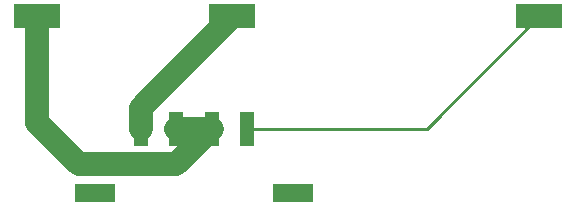
<source format=gtl>
G04 #@! TF.GenerationSoftware,KiCad,Pcbnew,5.1.9+dfsg1-1+deb11u1*
G04 #@! TF.CreationDate,2023-02-14T20:28:48+09:00*
G04 #@! TF.ProjectId,zenfone-max-m2-battery-breakout,7a656e66-6f6e-4652-9d6d-61782d6d322d,rev?*
G04 #@! TF.SameCoordinates,Original*
G04 #@! TF.FileFunction,Copper,L1,Top*
G04 #@! TF.FilePolarity,Positive*
%FSLAX46Y46*%
G04 Gerber Fmt 4.6, Leading zero omitted, Abs format (unit mm)*
G04 Created by KiCad (PCBNEW 5.1.9+dfsg1-1+deb11u1) date 2023-02-14 20:28:48*
%MOMM*%
%LPD*%
G01*
G04 APERTURE LIST*
G04 #@! TA.AperFunction,SMDPad,CuDef*
%ADD10R,1.270000X2.919999*%
G04 #@! TD*
G04 #@! TA.AperFunction,SMDPad,CuDef*
%ADD11R,3.430001X1.650000*%
G04 #@! TD*
G04 #@! TA.AperFunction,SMDPad,CuDef*
%ADD12R,4.000000X2.000000*%
G04 #@! TD*
G04 #@! TA.AperFunction,Conductor*
%ADD13C,0.250000*%
G04 #@! TD*
G04 #@! TA.AperFunction,Conductor*
%ADD14C,2.000000*%
G04 #@! TD*
G04 APERTURE END LIST*
D10*
X179499999Y-71750000D03*
X176500000Y-71750000D03*
X173500000Y-71750000D03*
X170500001Y-71750000D03*
D11*
X183385004Y-77220012D03*
X166614996Y-77220012D03*
D12*
X161750000Y-62250000D03*
X178210000Y-62250000D03*
X204210000Y-62250000D03*
D13*
X194710000Y-71750000D02*
X204210000Y-62250000D01*
X179499999Y-71750000D02*
X194710000Y-71750000D01*
D14*
X173500000Y-74750000D02*
X176500000Y-71750000D01*
X165250000Y-74750000D02*
X173500000Y-74750000D01*
X161750000Y-71250000D02*
X165250000Y-74750000D01*
X161750000Y-62250000D02*
X161750000Y-71250000D01*
X176500000Y-71750000D02*
X173500000Y-71750000D01*
X170500001Y-69959999D02*
X178210000Y-62250000D01*
X170500001Y-71750000D02*
X170500001Y-69959999D01*
M02*

</source>
